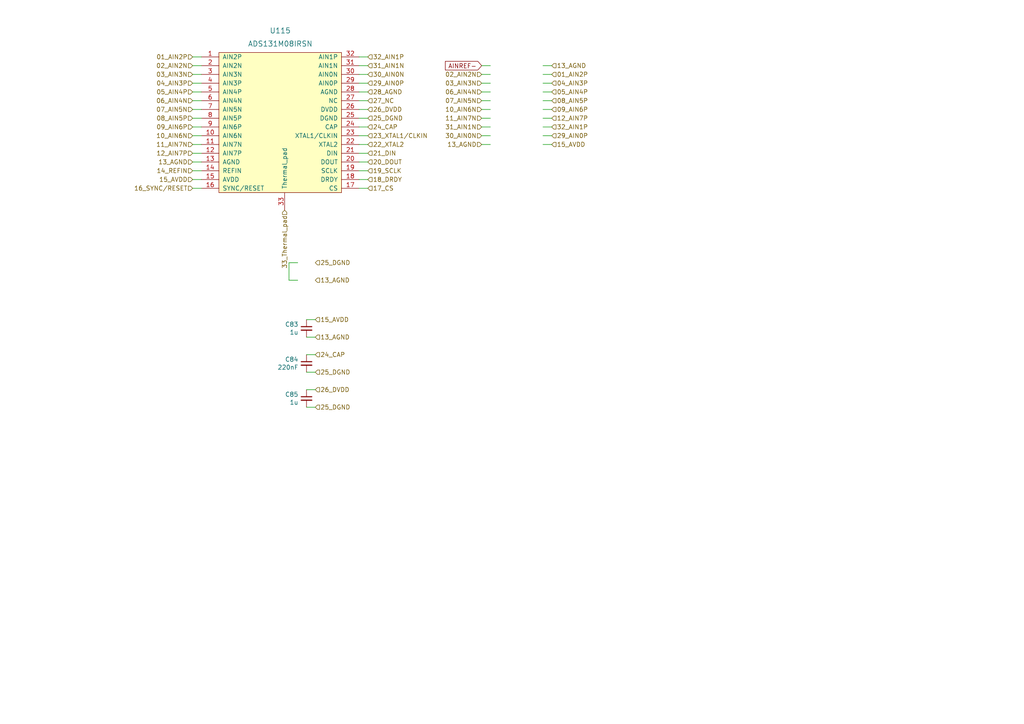
<source format=kicad_sch>
(kicad_sch (version 20210621) (generator eeschema)
  (paper "A4")
  (lib_symbols
    (symbol "FreeEEG32-ads131-rescue:C_Small-Device" (pin_numbers hide) (pin_names (offset 0.254) hide)
      (property "Reference" "C" (at 0.254 1.778 0))
      (property "Value" "C_Small-Device" (at 0.254 -2.032 0))
      (symbol "C_Small-Device_0_1"
        (polyline (pts (xy -1.524 -0.508) (xy 1.524 -0.508)) (stroke (width 0.3302)))
        (polyline (pts (xy -1.524 0.508) (xy 1.524 0.508)) (stroke (width 0.3048)))
      )
      (symbol "C_Small-Device_1_1"
        (pin passive line (at 0 2.54 270) (length 2.032) (name "~") (number "1"))
        (pin passive line (at 0 -2.54 90) (length 2.032) (name "~") (number "2"))
      )
    )
    (symbol "ads131:ADS131M08IPBS" (pin_names (offset 1.016))
      (property "Reference" "U?" (at -1.27 44.45 0))
      (property "Value" "ADS131M08IPBS" (at -1.27 40.64 0))
      (symbol "ADS131M08IPBS_0_1"
        (rectangle (start -19.05 39.37) (end 16.51 -1.27) (fill (type background)))
      )
      (symbol "ADS131M08IPBS_1_1"
        (pin input line (at -24.13 38.1 0) (length 5.08) (name "AIN2P") (number "1"))
        (pin input line (at -24.13 15.24 0) (length 5.08) (name "AIN6N") (number "10"))
        (pin input line (at -24.13 12.7 0) (length 5.08) (name "AIN7N") (number "11"))
        (pin input line (at -24.13 10.16 0) (length 5.08) (name "AIN7P") (number "12"))
        (pin input line (at -24.13 7.62 0) (length 5.08) (name "AGND") (number "13"))
        (pin input line (at -24.13 5.08 0) (length 5.08) (name "REFIN") (number "14"))
        (pin input line (at -24.13 2.54 0) (length 5.08) (name "AVDD") (number "15"))
        (pin input line (at -24.13 0 0) (length 5.08) (name "SYNC/RESET") (number "16"))
        (pin input line (at 21.59 0 180) (length 5.08) (name "CS") (number "17"))
        (pin input line (at 21.59 2.54 180) (length 5.08) (name "DRDY") (number "18"))
        (pin input line (at 21.59 5.08 180) (length 5.08) (name "SCLK") (number "19"))
        (pin input line (at -24.13 35.56 0) (length 5.08) (name "AIN2N") (number "2"))
        (pin input line (at 21.59 7.62 180) (length 5.08) (name "DOUT") (number "20"))
        (pin input line (at 21.59 10.16 180) (length 5.08) (name "DIN") (number "21"))
        (pin input line (at 21.59 12.7 180) (length 5.08) (name "XTAL2") (number "22"))
        (pin input line (at 21.59 15.24 180) (length 5.08) (name "XTAL1/CLKIN") (number "23"))
        (pin input line (at 21.59 17.78 180) (length 5.08) (name "CAP") (number "24"))
        (pin input line (at 21.59 20.32 180) (length 5.08) (name "DGND") (number "25"))
        (pin input line (at 21.59 22.86 180) (length 5.08) (name "DVDD") (number "26"))
        (pin input line (at 21.59 25.4 180) (length 5.08) (name "NC") (number "27"))
        (pin input line (at 21.59 27.94 180) (length 5.08) (name "AGND") (number "28"))
        (pin input line (at 21.59 30.48 180) (length 5.08) (name "AIN0P") (number "29"))
        (pin input line (at -24.13 33.02 0) (length 5.08) (name "AIN3N") (number "3"))
        (pin input line (at 21.59 33.02 180) (length 5.08) (name "AIN0N") (number "30"))
        (pin input line (at 21.59 35.56 180) (length 5.08) (name "AIN1N") (number "31"))
        (pin input line (at 21.59 38.1 180) (length 5.08) (name "AIN1P") (number "32"))
        (pin input line (at 0 -6.35 90) (length 5.08) (name "Thermal_pad") (number "33"))
        (pin input line (at -24.13 30.48 0) (length 5.08) (name "AIN3P") (number "4"))
        (pin input line (at -24.13 27.94 0) (length 5.08) (name "AIN4P") (number "5"))
        (pin input line (at -24.13 25.4 0) (length 5.08) (name "AIN4N") (number "6"))
        (pin input line (at -24.13 22.86 0) (length 5.08) (name "AIN5N") (number "7"))
        (pin input line (at -24.13 20.32 0) (length 5.08) (name "AIN5P") (number "8"))
        (pin input line (at -24.13 17.78 0) (length 5.08) (name "AIN6P") (number "9"))
      )
    )
  )
  (wire (pts (xy 55.88 16.51) (xy 58.42 16.51)))
  (wire (pts (xy 55.88 19.05) (xy 58.42 19.05)))
  (wire (pts (xy 55.88 21.59) (xy 58.42 21.59)))
  (wire (pts (xy 55.88 24.13) (xy 58.42 24.13)))
  (wire (pts (xy 55.88 29.21) (xy 58.42 29.21)))
  (wire (pts (xy 55.88 31.75) (xy 58.42 31.75)))
  (wire (pts (xy 55.88 34.29) (xy 58.42 34.29)))
  (wire (pts (xy 55.88 36.83) (xy 58.42 36.83)))
  (wire (pts (xy 55.88 39.37) (xy 58.42 39.37)))
  (wire (pts (xy 55.88 41.91) (xy 58.42 41.91)))
  (wire (pts (xy 55.88 44.45) (xy 58.42 44.45)))
  (wire (pts (xy 55.88 46.99) (xy 58.42 46.99)))
  (wire (pts (xy 55.88 49.53) (xy 58.42 49.53)))
  (wire (pts (xy 55.88 52.07) (xy 58.42 52.07)))
  (wire (pts (xy 55.88 54.61) (xy 58.42 54.61)))
  (wire (pts (xy 58.42 26.67) (xy 55.88 26.67)))
  (wire (pts (xy 83.82 76.2) (xy 83.82 81.28)))
  (wire (pts (xy 83.82 81.28) (xy 86.36 81.28)))
  (wire (pts (xy 86.36 76.2) (xy 83.82 76.2)))
  (wire (pts (xy 91.44 92.71) (xy 88.9 92.71)))
  (wire (pts (xy 91.44 97.79) (xy 88.9 97.79)))
  (wire (pts (xy 91.44 102.87) (xy 88.9 102.87)))
  (wire (pts (xy 91.44 107.95) (xy 88.9 107.95)))
  (wire (pts (xy 91.44 113.03) (xy 88.9 113.03)))
  (wire (pts (xy 91.44 118.11) (xy 88.9 118.11)))
  (wire (pts (xy 104.14 16.51) (xy 106.68 16.51)))
  (wire (pts (xy 104.14 19.05) (xy 106.68 19.05)))
  (wire (pts (xy 104.14 21.59) (xy 106.68 21.59)))
  (wire (pts (xy 104.14 24.13) (xy 106.68 24.13)))
  (wire (pts (xy 104.14 29.21) (xy 106.68 29.21)))
  (wire (pts (xy 104.14 31.75) (xy 106.68 31.75)))
  (wire (pts (xy 104.14 34.29) (xy 106.68 34.29)))
  (wire (pts (xy 104.14 36.83) (xy 106.68 36.83)))
  (wire (pts (xy 104.14 39.37) (xy 106.68 39.37)))
  (wire (pts (xy 104.14 41.91) (xy 106.68 41.91)))
  (wire (pts (xy 104.14 44.45) (xy 106.68 44.45)))
  (wire (pts (xy 104.14 46.99) (xy 106.68 46.99)))
  (wire (pts (xy 104.14 49.53) (xy 106.68 49.53)))
  (wire (pts (xy 104.14 52.07) (xy 106.68 52.07)))
  (wire (pts (xy 104.14 54.61) (xy 106.68 54.61)))
  (wire (pts (xy 106.68 26.67) (xy 104.14 26.67)))
  (wire (pts (xy 139.7 21.59) (xy 142.24 21.59)))
  (wire (pts (xy 139.7 24.13) (xy 142.24 24.13)))
  (wire (pts (xy 139.7 26.67) (xy 142.24 26.67)))
  (wire (pts (xy 139.7 29.21) (xy 142.24 29.21)))
  (wire (pts (xy 139.7 31.75) (xy 142.24 31.75)))
  (wire (pts (xy 139.7 34.29) (xy 142.24 34.29)))
  (wire (pts (xy 139.7 36.83) (xy 142.24 36.83)))
  (wire (pts (xy 139.7 39.37) (xy 142.24 39.37)))
  (wire (pts (xy 142.24 19.05) (xy 139.7 19.05)))
  (wire (pts (xy 142.24 41.91) (xy 139.7 41.91)))
  (wire (pts (xy 160.02 19.05) (xy 157.48 19.05)))
  (wire (pts (xy 160.02 21.59) (xy 157.48 21.59)))
  (wire (pts (xy 160.02 24.13) (xy 157.48 24.13)))
  (wire (pts (xy 160.02 26.67) (xy 157.48 26.67)))
  (wire (pts (xy 160.02 29.21) (xy 157.48 29.21)))
  (wire (pts (xy 160.02 31.75) (xy 157.48 31.75)))
  (wire (pts (xy 160.02 34.29) (xy 157.48 34.29)))
  (wire (pts (xy 160.02 36.83) (xy 157.48 36.83)))
  (wire (pts (xy 160.02 39.37) (xy 157.48 39.37)))
  (wire (pts (xy 160.02 41.91) (xy 157.48 41.91)))
  (global_label "AINREF-" (shape input) (at 139.7 19.05 180) (property "Intersheet References" "${INTERSHEET_REFS}" (effects hide)))
  (hierarchical_label "01_AIN2P" (shape input) (at 55.88 16.51 180))
  (hierarchical_label "02_AIN2N" (shape input) (at 55.88 19.05 180))
  (hierarchical_label "03_AIN3N" (shape input) (at 55.88 21.59 180))
  (hierarchical_label "04_AIN3P" (shape input) (at 55.88 24.13 180))
  (hierarchical_label "05_AIN4P" (shape input) (at 55.88 26.67 180))
  (hierarchical_label "06_AIN4N" (shape input) (at 55.88 29.21 180))
  (hierarchical_label "07_AIN5N" (shape input) (at 55.88 31.75 180))
  (hierarchical_label "08_AIN5P" (shape input) (at 55.88 34.29 180))
  (hierarchical_label "09_AIN6P" (shape input) (at 55.88 36.83 180))
  (hierarchical_label "10_AIN6N" (shape input) (at 55.88 39.37 180))
  (hierarchical_label "11_AIN7N" (shape input) (at 55.88 41.91 180))
  (hierarchical_label "12_AIN7P" (shape input) (at 55.88 44.45 180))
  (hierarchical_label "13_AGND" (shape input) (at 55.88 46.99 180))
  (hierarchical_label "14_REFIN" (shape input) (at 55.88 49.53 180))
  (hierarchical_label "15_AVDD" (shape input) (at 55.88 52.07 180))
  (hierarchical_label "16_SYNC{slash}RESET" (shape input) (at 55.88 54.61 180))
  (hierarchical_label "33_Thermal_pad" (shape input) (at 82.55 60.96 270))
  (hierarchical_label "25_DGND" (shape input) (at 91.44 76.2 0))
  (hierarchical_label "13_AGND" (shape input) (at 91.44 81.28 0))
  (hierarchical_label "15_AVDD" (shape input) (at 91.44 92.71 0))
  (hierarchical_label "13_AGND" (shape input) (at 91.44 97.79 0))
  (hierarchical_label "24_CAP" (shape input) (at 91.44 102.87 0))
  (hierarchical_label "25_DGND" (shape input) (at 91.44 107.95 0))
  (hierarchical_label "26_DVDD" (shape input) (at 91.44 113.03 0))
  (hierarchical_label "25_DGND" (shape input) (at 91.44 118.11 0))
  (hierarchical_label "32_AIN1P" (shape input) (at 106.68 16.51 0))
  (hierarchical_label "31_AIN1N" (shape input) (at 106.68 19.05 0))
  (hierarchical_label "30_AIN0N" (shape input) (at 106.68 21.59 0))
  (hierarchical_label "29_AIN0P" (shape input) (at 106.68 24.13 0))
  (hierarchical_label "28_AGND" (shape input) (at 106.68 26.67 0))
  (hierarchical_label "27_NC" (shape input) (at 106.68 29.21 0))
  (hierarchical_label "26_DVDD" (shape input) (at 106.68 31.75 0))
  (hierarchical_label "25_DGND" (shape input) (at 106.68 34.29 0))
  (hierarchical_label "24_CAP" (shape input) (at 106.68 36.83 0))
  (hierarchical_label "23_XTAL1{slash}CLKIN" (shape input) (at 106.68 39.37 0))
  (hierarchical_label "22_XTAL2" (shape input) (at 106.68 41.91 0))
  (hierarchical_label "21_DIN" (shape input) (at 106.68 44.45 0))
  (hierarchical_label "20_DOUT" (shape input) (at 106.68 46.99 0))
  (hierarchical_label "19_SCLK" (shape input) (at 106.68 49.53 0))
  (hierarchical_label "18_DRDY" (shape input) (at 106.68 52.07 0))
  (hierarchical_label "17_CS" (shape input) (at 106.68 54.61 0))
  (hierarchical_label "02_AIN2N" (shape input) (at 139.7 21.59 180))
  (hierarchical_label "03_AIN3N" (shape input) (at 139.7 24.13 180))
  (hierarchical_label "06_AIN4N" (shape input) (at 139.7 26.67 180))
  (hierarchical_label "07_AIN5N" (shape input) (at 139.7 29.21 180))
  (hierarchical_label "10_AIN6N" (shape input) (at 139.7 31.75 180))
  (hierarchical_label "11_AIN7N" (shape input) (at 139.7 34.29 180))
  (hierarchical_label "31_AIN1N" (shape input) (at 139.7 36.83 180))
  (hierarchical_label "30_AIN0N" (shape input) (at 139.7 39.37 180))
  (hierarchical_label "13_AGND" (shape input) (at 139.7 41.91 180))
  (hierarchical_label "13_AGND" (shape input) (at 160.02 19.05 0))
  (hierarchical_label "01_AIN2P" (shape input) (at 160.02 21.59 0))
  (hierarchical_label "04_AIN3P" (shape input) (at 160.02 24.13 0))
  (hierarchical_label "05_AIN4P" (shape input) (at 160.02 26.67 0))
  (hierarchical_label "08_AIN5P" (shape input) (at 160.02 29.21 0))
  (hierarchical_label "09_AIN6P" (shape input) (at 160.02 31.75 0))
  (hierarchical_label "12_AIN7P" (shape input) (at 160.02 34.29 0))
  (hierarchical_label "32_AIN1P" (shape input) (at 160.02 36.83 0))
  (hierarchical_label "29_AIN0P" (shape input) (at 160.02 39.37 0))
  (hierarchical_label "15_AVDD" (shape input) (at 160.02 41.91 0))
  (symbol (lib_id "FreeEEG32-ads131-rescue:C_Small-Device") (at 88.9 95.25 0) (mirror y) (unit 1)
    (property "Reference" "C83" (at 86.5632 94.0816 0) (effects (justify left)))
    (property "Value" "1u" (at 86.5632 96.393 0) (effects (justify left)))
    (property "Footprint" "Capacitor_SMD:C_0402_1005Metric" (effects hide))
    (property "Datasheet" "C0G" (effects hide))
    (property "MNP" "CL05A105KO5NNNC" (effects hide))
  )
  (symbol (lib_id "FreeEEG32-ads131-rescue:C_Small-Device") (at 88.9 105.41 0) (mirror y) (unit 1)
    (property "Reference" "C84" (at 86.5632 104.2416 0) (effects (justify left)))
    (property "Value" "220nF" (at 86.5632 106.553 0) (effects (justify left)))
    (property "Footprint" "Capacitor_SMD:C_0402_1005Metric" (effects hide))
    (property "Datasheet" "X7R, not Y5V" (effects hide))
    (property "MNP" "CL05A105KO5NNNC" (effects hide))
  )
  (symbol (lib_id "FreeEEG32-ads131-rescue:C_Small-Device") (at 88.9 115.57 0) (mirror y) (unit 1)
    (property "Reference" "C85" (at 86.5632 114.4016 0) (effects (justify left)))
    (property "Value" "1u" (at 86.5632 116.713 0) (effects (justify left)))
    (property "Footprint" "Capacitor_SMD:C_0402_1005Metric" (effects hide))
    (property "Datasheet" "X7R, not Y5V" (effects hide))
    (property "MNP" "CL05A105KO5NNNC" (effects hide))
  )
  (symbol (lib_id "ads131:ADS131M08IPBS") (at 82.55 54.61 0) (unit 1)
    (property "Reference" "U115" (at 81.28 8.89 0) (effects (font (size 1.524 1.524))))
    (property "Value" "ADS131M08IRSN" (at 81.28 12.7 0) (effects (font (size 1.524 1.524))))
    (property "Footprint" "Package_DFN_QFN:QFN-32-1EP_4x4mm_P0.4mm_EP2.65x2.65mm_ThermalVias" (effects hide))
    (property "MNP" "AD7771BCPZ" (effects hide))
    (property "Manufacturer" "Analog Devices" (effects hide))
  )
)
</source>
